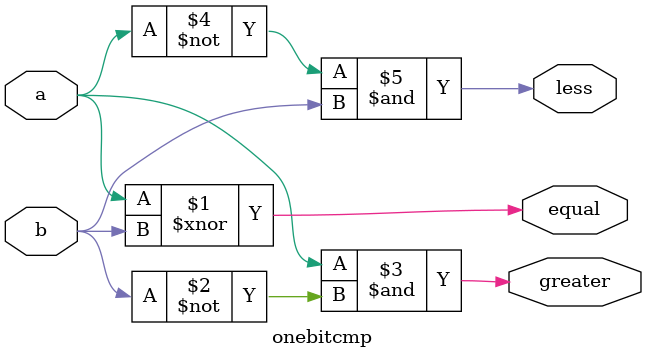
<source format=v>
`timescale 1ns / 1ps
module onebitcmp(equal,greater,less,a,b);
    output equal, greater, less;
    input a, b;
    
    assign equal = a ^~ b;
    assign greater = a & (~b);
    assign less = (~a) & b; 
endmodule

</source>
